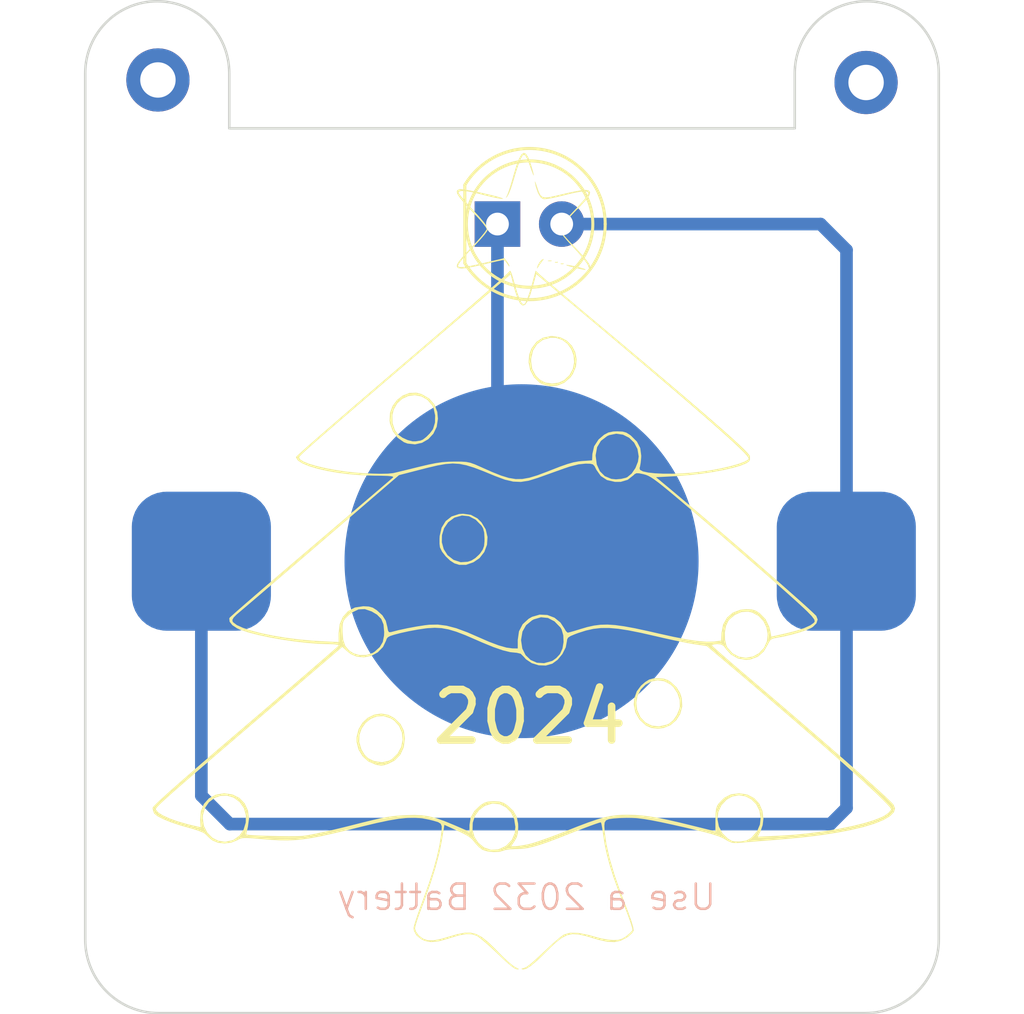
<source format=kicad_pcb>
(kicad_pcb (version 20240108) (generator "pcbnew") (generator_version "8.0")
  (layers (0 "F.Cu" signal) (31 "B.Cu" signal) (34 "B.Paste" user) (35 "F.Paste" user) (36 "B.SilkS" user "B.Silkscreen") (37 "F.SilkS" user "F.Silkscreen") (38 "B.Mask" user) (39 "F.Mask" user) (44 "Edge.Cuts" user))
  (net 0 "")
  (net 1 "GND")
  (net 2 "VCC")
  (footprint "Connector_PinHeader_1.00mm:PinHeader_1x01_P1.00mm_Vertical" (layer "F.Cu") (at 154.8 53.9)
    (property "Reference" "J3" (hide yes))
    (property "Value" "Conn_01x01_Pin")
    (pad "1" thru_hole circle (at 0 0) (size 2.5 2.5) (drill 1.4) (layers "*.Cu" "*.Mask"))
  )
  (footprint "LOGO" (layer "F.Cu") (at 141.5 73)
    (property "Reference" "2024" (at 0 6 0) (layer "F.SilkS") (effects (font (size 2 2) (thickness 0.3))))
    (property "Value" "LOGO" (hide yes))
    (fp_poly (pts (xy 0.864621 -12.057192) (xy 0.871743 -12.036498) (xy 0.79375 -12.028595) (xy 0.713262 -12.037505) (xy 0.72288 -12.057192) (xy 0.838957 -12.06468)) (fill solid) (layer "F.SilkS"))
    (fp_poly (pts (xy 1.118573 -11.9972) (xy 1.101664 -11.971431) (xy 1.044159 -11.967422) (xy 0.983662 -11.981269) (xy 1.009905 -12.001676) (xy 1.098515 -12.008435)) (fill solid) (layer "F.SilkS"))
    (fp_poly (pts (xy 1.345359 -11.940504) (xy 1.32845 -11.914735) (xy 1.270945 -11.910726) (xy 1.210448 -11.924572) (xy 1.236691 -11.94498) (xy 1.325301 -11.951739)) (fill solid) (layer "F.SilkS"))
    (fp_poly (pts (xy 0.538498 -12.080807) (xy 0.500852 -12.036257) (xy 0.399581 -11.901217) (xy 0.349839 -11.821205) (xy 0.301321 -11.748946) (xy 0.285206 -11.747667) (xy 0.315062 -11.861944) (xy 0.389949 -11.994533) (xy 0.476591 -12.09038) (xy 0.500595 -12.104008) (xy 0.558266 -12.11985)) (fill solid) (layer "F.SilkS"))
    (fp_poly (pts (xy 1.632884 -11.862884) (xy 1.807112 -11.826613) (xy 1.983151 -11.783995) (xy 2.125207 -11.743104) (xy 2.197487 -11.712015) (xy 2.198028 -11.711495) (xy 2.208921 -11.690098) (xy 2.169786 -11.687674) (xy 2.062981 -11.7068) (xy 1.870861 -11.750054) (xy 1.767238 -11.774437) (xy 1.588821 -11.820913) (xy 1.468679 -11.860451) (xy 1.433038 -11.884079) (xy 1.496261 -11.884731)) (fill solid) (layer "F.SilkS"))
    (fp_poly (pts (xy -0.147282 -16.281111) (xy -0.056584 -16.139308) (xy 0.037125 -15.895046) (xy 0.056517 -15.833887) (xy 0.12735 -15.591626) (xy 0.160852 -15.450221) (xy 0.159117 -15.41167) (xy 0.124239 -15.477969) (xy 0.058311 -15.651117) (xy 0.010468 -15.789955) (xy -0.086308 -16.047407) (xy -0.168066 -16.199531) (xy -0.226786 -16.243527) (xy -0.285007 -16.201738) (xy -0.356969 -16.072438) (xy -0.44501 -15.849724) (xy -0.551468 -15.527694) (xy -0.676461 -15.108167) (xy -0.745654 -14.894152) (xy -0.818212 -14.711804) (xy -0.878739 -14.599695) (xy -0.880145 -14.597899) (xy -0.93518 -14.532489) (xy -0.937206 -14.548565) (xy -0.887363 -14.65606) (xy -0.886913 -14.656994) (xy -0.836856 -14.784743) (xy -0.769248 -14.98923) (xy -0.694692 -15.237348) (xy -0.650856 -15.394047) (xy -0.534395 -15.78991) (xy -0.428527 -16.074856) (xy -0.330533 -16.250577) (xy -0.237692 -16.318765)) (fill solid) (layer "F.SilkS"))
    (fp_poly (pts (xy 1.210561 -9.022388) (xy 1.470678 -8.887491) (xy 1.670332 -8.685077) (xy 1.801663 -8.433485) (xy 1.856809 -8.151052) (xy 1.827906 -7.856118) (xy 1.707095 -7.567021) (xy 1.604223 -7.423755) (xy 1.366851 -7.219639) (xy 1.087958 -7.104718) (xy 0.79301 -7.083117) (xy 0.507474 -7.15896) (xy 0.387751 -7.226719) (xy 0.16521 -7.442323) (xy 0.018164 -7.719158) (xy -0.046697 -8.028323) (xy -0.042571 -8.082031) (xy 0.056697 -8.082031) (xy 0.099782 -7.771687) (xy 0.236454 -7.514579) (xy 0.399189 -7.348941) (xy 0.618064 -7.232715) (xy 0.881877 -7.192932) (xy 1.151034 -7.230453) (xy 1.360743 -7.328013) (xy 1.575621 -7.531281) (xy 1.704999 -7.773963) (xy 1.755027 -8.037137) (xy 1.731855 -8.301882) (xy 1.641632 -8.549276) (xy 1.490508 -8.760396) (xy 1.284632 -8.916321) (xy 1.030155 -8.998128) (xy 0.817289 -9.00018) (xy 0.52173 -8.915918) (xy 0.290697 -8.744077) (xy 0.133841 -8.496309) (xy 0.060816 -8.184267) (xy 0.056697 -8.082031) (xy -0.042571 -8.082031) (xy -0.022683 -8.340914) (xy 0.072667 -8.587832) (xy 0.270076 -8.846787) (xy 0.516687 -9.00528) (xy 0.822863 -9.069388) (xy 0.897845 -9.071428)) (fill solid) (layer "F.SilkS"))
    (fp_poly (pts (xy -5.588202 5.911948) (xy -5.340711 6.04737) (xy -5.106489 6.276345) (xy -4.974192 6.53705) (xy -4.932801 6.848353) (xy -4.979785 7.203901) (xy -5.117497 7.49863) (xy -5.340265 7.723917) (xy -5.595019 7.855358) (xy -5.75565 7.908432) (xy -5.870027 7.924662) (xy -5.997898 7.907473) (xy -6.098825 7.88425) (xy -6.379967 7.762153) (xy -6.6092 7.555819) (xy -6.770374 7.288614) (xy -6.847052 6.985048) (xy -6.73925 6.985048) (xy -6.656097 7.268661) (xy -6.643879 7.29346) (xy -6.523591 7.495302) (xy -6.390643 7.624255) (xy -6.203464 7.717074) (xy -6.137926 7.740816) (xy -5.846973 7.788688) (xy -5.57451 7.730536) (xy -5.44636 7.658935) (xy -5.222059 7.442283) (xy -5.082666 7.18175) (xy -5.02739 6.89956) (xy -5.05544 6.617939) (xy -5.166022 6.359112) (xy -5.358347 6.145304) (xy -5.503584 6.052432) (xy -5.777484 5.966893) (xy -6.042111 5.979511) (xy -6.283554 6.075147) (xy -6.487901 6.238659) (xy -6.64124 6.454906) (xy -6.72966 6.70875) (xy -6.73925 6.985048) (xy -6.847052 6.985048) (xy -6.84734 6.983908) (xy -6.847233 6.80125) (xy -6.769765 6.484925) (xy -6.615022 6.22367) (xy -6.401249 6.026614) (xy -6.146692 5.902889) (xy -5.869594 5.861623)) (fill solid) (layer "F.SilkS"))
    (fp_poly (pts (xy 5.291166 4.476943) (xy 5.452696 4.530529) (xy 5.583968 4.616435) (xy 5.81323 4.830451) (xy 5.954823 5.068066) (xy 6.012754 5.257725) (xy 6.032833 5.577666) (xy 5.956282 5.874094) (xy 5.797379 6.128664) (xy 5.570401 6.323034) (xy 5.289627 6.438858) (xy 5.07433 6.463393) (xy 4.81813 6.43767) (xy 4.616407 6.351925) (xy 4.591834 6.335826) (xy 4.336523 6.101854) (xy 4.174022 5.819021) (xy 4.111793 5.504987) (xy 4.118905 5.432123) (xy 4.216469 5.432123) (xy 4.251763 5.724595) (xy 4.379942 6.009309) (xy 4.579496 6.216992) (xy 4.831943 6.339777) (xy 5.1188 6.369793) (xy 5.421582 6.299174) (xy 5.508254 6.259502) (xy 5.672297 6.125105) (xy 5.816472 5.917827) (xy 5.91516 5.678032) (xy 5.935467 5.586401) (xy 5.927355 5.327312) (xy 5.837297 5.058604) (xy 5.683405 4.824009) (xy 5.579175 4.726171) (xy 5.320745 4.588833) (xy 5.056991 4.550881) (xy 4.803859 4.600321) (xy 4.577295 4.725159) (xy 4.393244 4.913401) (xy 4.267654 5.153054) (xy 4.216469 5.432123) (xy 4.118905 5.432123) (xy 4.135994 5.257036) (xy 4.233192 4.983233) (xy 4.401407 4.757793) (xy 4.564693 4.616435) (xy 4.722613 4.517599) (xy 4.889774 4.472111) (xy 5.07433 4.462819)) (fill solid) (layer "F.SilkS"))
    (fp_poly (pts (xy -4.276345 -6.777107) (xy -3.973729 -6.601919) (xy -3.767219 -6.367353) (xy -3.654015 -6.069182) (xy -3.628659 -5.799031) (xy -3.676832 -5.479344) (xy -3.809414 -5.205879) (xy -4.008834 -4.9908) (xy -4.257522 -4.846269) (xy -4.537904 -4.78445) (xy -4.832411 -4.817507) (xy -4.971362 -4.869582) (xy -5.222214 -5.046135) (xy -5.412925 -5.300969) (xy -5.525409 -5.60706) (xy -5.543215 -5.724017) (xy -5.530599 -5.937976) (xy -5.427359 -5.937976) (xy -5.419709 -5.623593) (xy -5.329434 -5.347989) (xy -5.191453 -5.162879) (xy -5.027183 -5.046742) (xy -4.825191 -4.954816) (xy -4.630116 -4.903961) (xy -4.507366 -4.904556) (xy -4.381013 -4.927231) (xy -4.327453 -4.931815) (xy -4.224874 -4.974115) (xy -4.088341 -5.079854) (xy -3.949407 -5.219913) (xy -3.839623 -5.365176) (xy -3.819589 -5.400509) (xy -3.745923 -5.645483) (xy -3.739271 -5.928821) (xy -3.797503 -6.199013) (xy -3.857842 -6.325671) (xy -4.051782 -6.548402) (xy -4.286951 -6.680798) (xy -4.543162 -6.727846) (xy -4.800227 -6.694532) (xy -5.037961 -6.585844) (xy -5.236176 -6.406766) (xy -5.374686 -6.162286) (xy -5.427359 -5.937976) (xy -5.530599 -5.937976) (xy -5.525006 -6.032827) (xy -5.420491 -6.311099) (xy -5.246881 -6.544526) (xy -5.021389 -6.7188) (xy -4.761225 -6.819614) (xy -4.483602 -6.832661)) (fill solid) (layer "F.SilkS"))
    (fp_poly (pts (xy -2.325853 -1.997157) (xy -2.067951 -1.858479) (xy -1.907575 -1.700351) (xy -1.739763 -1.421984) (xy -1.668082 -1.118663) (xy -1.687986 -0.812993) (xy -1.794928 -0.527579) (xy -1.984364 -0.285025) (xy -2.22532 -0.120261) (xy -2.518178 -0.019411) (xy -2.787448 -0.019206) (xy -2.977617 -0.07901) (xy -3.147386 -0.188247) (xy -3.321851 -0.35481) (xy -3.46696 -0.540988) (xy -3.548664 -0.709072) (xy -3.549511 -0.712364) (xy -3.565613 -0.851656) (xy -3.565936 -0.911727) (xy -3.473605 -0.911727) (xy -3.399813 -0.639676) (xy -3.247389 -0.401658) (xy -3.016137 -0.220668) (xy -3.00088 -0.212699) (xy -2.727312 -0.123567) (xy -2.451482 -0.141872) (xy -2.301858 -0.192421) (xy -2.148653 -0.288305) (xy -1.993238 -0.433017) (xy -1.949326 -0.485849) (xy -1.854841 -0.627423) (xy -1.805619 -0.76465) (xy -1.788114 -0.945113) (xy -1.786984 -1.056074) (xy -1.800048 -1.296402) (xy -1.843303 -1.463224) (xy -1.90388 -1.567067) (xy -2.137695 -1.805523) (xy -2.400264 -1.941293) (xy -2.679837 -1.970976) (xy -2.964664 -1.891169) (xy -2.986452 -1.880399) (xy -3.225191 -1.702148) (xy -3.386096 -1.465957) (xy -3.468967 -1.194818) (xy -3.473605 -0.911727) (xy -3.565936 -0.911727) (xy -3.566665 -1.047395) (xy -3.560179 -1.160805) (xy -3.484302 -1.487033) (xy -3.323536 -1.748136) (xy -3.089862 -1.932696) (xy -2.795262 -2.029298) (xy -2.636384 -2.041071)) (fill solid) (layer "F.SilkS"))
    (fp_poly (pts (xy 0.229472 -15.148275) (xy 0.277428 -15.01463) (xy 0.281759 -15.001372) (xy 0.348862 -14.801041) (xy 0.411353 -14.663774) (xy 0.489073 -14.583124) (xy 0.601861 -14.552645) (xy 0.769554 -14.565891) (xy 1.011993 -14.616415) (xy 1.272935 -14.679304) (xy 1.562178 -14.746073) (xy 1.828687 -14.801117) (xy 2.044208 -14.839021) (xy 2.180482 -14.854372) (xy 2.187157 -14.854464) (xy 2.333569 -14.831426) (xy 2.390653 -14.759969) (xy 2.357251 -14.636583) (xy 2.232209 -14.457756) (xy 2.014371 -14.219977) (xy 1.960602 -14.166065) (xy 1.761485 -13.963952) (xy 1.573059 -13.764627) (xy 1.423078 -13.597803) (xy 1.366591 -13.530113) (xy 1.290758 -13.429541) (xy 1.247368 -13.343721) (xy 1.24378 -13.257287) (xy 1.287353 -13.154876) (xy 1.385446 -13.021122) (xy 1.545416 -12.840661) (xy 1.774625 -12.598128) (xy 1.851415 -12.517836) (xy 2.063804 -12.287516) (xy 2.231005 -12.089417) (xy 2.340865 -11.938852) (xy 2.381235 -11.85113) (xy 2.38125 -11.850159) (xy 2.369811 -11.7502) (xy 2.340744 -11.759157) (xy 2.304385 -11.865495) (xy 2.254453 -11.954613) (xy 2.141497 -12.104752) (xy 1.981696 -12.295786) (xy 1.791233 -12.507592) (xy 1.768745 -12.531678) (xy 1.526965 -12.792603) (xy 1.355735 -12.987181) (xy 1.245873 -13.129695) (xy 1.188195 -13.234426) (xy 1.173521 -13.315655) (xy 1.192668 -13.387665) (xy 1.203939 -13.410169) (xy 1.264696 -13.49152) (xy 1.388118 -13.634758) (xy 1.557319 -13.820962) (xy 1.755414 -14.031213) (xy 1.794444 -14.071819) (xy 1.990096 -14.280964) (xy 2.153171 -14.4672) (xy 2.268909 -14.612769) (xy 2.322551 -14.699911) (xy 2.324554 -14.709654) (xy 2.295274 -14.768443) (xy 2.200904 -14.793154) (xy 2.031646 -14.782969) (xy 1.777703 -14.737069) (xy 1.429276 -14.654637) (xy 1.315145 -14.625338) (xy 1.045972 -14.560293) (xy 0.807669 -14.511783) (xy 0.626619 -14.484594) (xy 0.530805 -14.48308) (xy 0.423604 -14.562695) (xy 0.323665 -14.733306) (xy 0.242039 -14.972579) (xy 0.206768 -15.137946) (xy 0.204173 -15.192561)) (fill solid) (layer "F.SilkS"))
    (fp_poly (pts (xy -2.692767 -14.880607) (xy -2.520092 -14.85646) (xy -2.287906 -14.814956) (xy -2.021368 -14.76152) (xy -1.745635 -14.701577) (xy -1.485866 -14.640551) (xy -1.267221 -14.583867) (xy -1.114858 -14.536949) (xy -1.058115 -14.510541) (xy -1.074315 -14.494819) (xy -1.180556 -14.504901) (xy -1.3574 -14.537063) (xy -1.585407 -14.587578) (xy -1.845139 -14.65272) (xy -1.955182 -14.682486) (xy -2.278725 -14.761485) (xy -2.537991 -14.803447) (xy -2.719958 -14.807196) (xy -2.811607 -14.771558) (xy -2.817721 -14.760276) (xy -2.78872 -14.698369) (xy -2.693468 -14.571029) (xy -2.544907 -14.393982) (xy -2.355976 -14.182953) (xy -2.242557 -14.061287) (xy -2.005981 -13.803285) (xy -1.821286 -13.586066) (xy -1.697938 -13.421492) (xy -1.645404 -13.321424) (xy -1.644196 -13.311565) (xy -1.684166 -13.220387) (xy -1.796675 -13.066661) (xy -1.970628 -12.864408) (xy -2.145504 -12.678189) (xy -2.430196 -12.378693) (xy -2.635446 -12.14844) (xy -2.766399 -11.981151) (xy -2.828199 -11.870547) (xy -2.834821 -11.836938) (xy -2.794785 -11.801126) (xy -2.670626 -11.7968) (xy -2.45627 -11.824733) (xy -2.145642 -11.885695) (xy -1.763878 -11.972985) (xy -1.004766 -12.154281) (xy -0.899258 -12.023984) (xy -0.823523 -11.909395) (xy -0.79602 -11.829098) (xy -0.819723 -11.826491) (xy -0.874663 -11.90561) (xy -0.882875 -11.920424) (xy -0.962702 -12.029918) (xy -1.037089 -12.076328) (xy -1.037943 -12.076339) (xy -1.117468 -12.06347) (xy -1.283426 -12.028347) (xy -1.512236 -11.9762) (xy -1.780319 -11.912258) (xy -1.804967 -11.90625) (xy -2.188764 -11.81719) (xy -2.475624 -11.761975) (xy -2.676396 -11.739236) (xy -2.80193 -11.747605) (xy -2.85372 -11.773958) (xy -2.883756 -11.82723) (xy -2.873035 -11.899957) (xy -2.813171 -12.004363) (xy -2.695778 -12.15267) (xy -2.512469 -12.357103) (xy -2.296205 -12.586607) (xy -2.088732 -12.809886) (xy -1.912735 -13.010318) (xy -1.781995 -13.171329) (xy -1.710297 -13.276346) (xy -1.700893 -13.302447) (xy -1.738386 -13.378323) (xy -1.840058 -13.513932) (xy -1.989692 -13.689035) (xy -2.143651 -13.85503) (xy -2.432275 -14.1595) (xy -2.644908 -14.395308) (xy -2.787547 -14.572123) (xy -2.86619 -14.699611) (xy -2.886835 -14.787442) (xy -2.855482 -14.845283) (xy -2.780771 -14.881972)) (fill solid) (layer "F.SilkS"))
    (fp_poly (pts (xy 0.417949 -11.484569) (xy 0.49685 -11.414769) (xy 0.653729 -11.279921) (xy 0.879537 -11.087673) (xy 1.165227 -10.845673) (xy 1.50175 -10.561567) (xy 1.880059 -10.243003) (xy 2.291104 -9.897628) (xy 2.72584 -9.53309) (xy 2.837048 -9.439955) (xy 3.762289 -8.664135) (xy 4.601435 -7.95807) (xy 5.356434 -7.320061) (xy 6.029236 -6.748408) (xy 6.621792 -6.24141) (xy 7.136051 -5.797368) (xy 7.573963 -5.414582) (xy 7.937478 -5.091353) (xy 8.228545 -4.825979) (xy 8.449114 -4.616762) (xy 8.601135 -4.462001) (xy 8.686559 -4.359996) (xy 8.70697 -4.322366) (xy 8.709693 -4.187332) (xy 8.676594 -4.112949) (xy 8.554507 -4.028195) (xy 8.335374 -3.940401) (xy 8.035369 -3.852833) (xy 7.670662 -3.768757) (xy 7.257427 -3.691441) (xy 6.811835 -3.62415) (xy 6.350059 -3.570151) (xy 5.888271 -3.532712) (xy 5.771514 -3.526159) (xy 4.994591 -3.48683) (xy 5.571969 -3.00491) (xy 5.978898 -2.663706) (xy 6.418505 -2.292316) (xy 6.882458 -1.897985) (xy 7.362425 -1.487958) (xy 7.850075 -1.06948) (xy 8.337075 -0.649797) (xy 8.815095 -0.236153) (xy 9.275802 0.164207) (xy 9.710864 0.544036) (xy 10.111951 0.896092) (xy 10.47073 1.213127) (xy 10.77887 1.487897) (xy 11.028038 1.713158) (xy 11.209904 1.881663) (xy 11.316135 1.986168) (xy 11.33187 2.003788) (xy 11.385097 2.143845) (xy 11.337278 2.294315) (xy 11.19675 2.435727) (xy 11.128467 2.478771) (xy 10.939476 2.563313) (xy 10.672657 2.654643) (xy 10.362343 2.742895) (xy 10.042871 2.818205) (xy 9.780226 2.86612) (xy 9.61079 2.900974) (xy 9.513372 2.958976) (xy 9.446733 3.068896) (xy 9.428565 3.11146) (xy 9.254755 3.410507) (xy 9.020822 3.616658) (xy 8.733126 3.725357) (xy 8.548918 3.741965) (xy 8.234752 3.688334) (xy 7.961896 3.535437) (xy 7.772086 3.325818) (xy 7.668613 3.19161) (xy 7.564539 3.13184) (xy 7.413008 3.118304) (xy 7.278033 3.130304) (xy 7.211263 3.160271) (xy 7.209896 3.172273) (xy 7.256086 3.220056) (xy 7.379272 3.332375) (xy 7.569702 3.500737) (xy 7.817625 3.716653) (xy 8.11329 3.971629) (xy 8.446945 4.257176) (xy 8.808839 4.5648) (xy 8.816295 4.571117) (xy 9.428291 5.091029) (xy 10.03397 5.60835) (xy 10.62669 6.117245) (xy 11.199811 6.611876) (xy 11.746691 7.086407) (xy 12.260688 7.535003) (xy 12.735162 7.951826) (xy 13.163471 8.331042) (xy 13.538973 8.666812) (xy 13.855029 8.953302) (xy 14.104995 9.184674) (xy 14.282231 9.355093) (xy 14.380096 9.458722) (xy 14.384916 9.464742) (xy 14.446413 9.617045) (xy 14.39892 9.770954) (xy 14.246765 9.923937) (xy 13.994276 10.073465) (xy 13.645779 10.217006) (xy 13.205603 10.352031) (xy 12.678076 10.476009) (xy 12.643304 10.48313) (xy 12.208771 10.566198) (xy 11.767113 10.639243) (xy 11.299532 10.70453) (xy 10.787229 10.764323) (xy 10.211407 10.820884) (xy 9.553267 10.876478) (xy 9.071429 10.913242) (xy 8.800563 10.934666) (xy 8.506466 10.960063) (xy 8.347286 10.974864) (xy 8.139913 10.989133) (xy 7.994745 10.975424) (xy 7.861927 10.923082) (xy 7.723625 10.841588) (xy 7.60039 10.775603) (xy 7.436431 10.709619) (xy 7.216847 10.639164) (xy 6.926737 10.559764) (xy 6.551202 10.466947) (xy 6.208259 10.386698) (xy 5.66173 10.26267) (xy 5.209449 10.164754) (xy 4.835902 10.090598) (xy 4.525577 10.037852) (xy 4.262958 10.004165) (xy 4.032532 9.987185) (xy 3.818786 9.984562) (xy 3.613445 9.993462) (xy 3.325678 10.013965) (xy 3.133269 10.040459) (xy 3.01854 10.087887) (xy 2.96381 10.171194) (xy 2.951399 10.305322) (xy 2.963627 10.505216) (xy 2.966384 10.540385) (xy 3.032573 11.022601) (xy 3.161185 11.588553) (xy 3.349655 12.229053) (xy 3.595422 12.934914) (xy 3.738864 13.309166) (xy 3.904788 13.741305) (xy 4.022026 14.072726) (xy 4.091049 14.304896) (xy 4.112329 14.43928) (xy 4.109134 14.461865) (xy 4.04164 14.5582) (xy 3.909664 14.676147) (xy 3.810629 14.745669) (xy 3.582923 14.858003) (xy 3.33944 14.906588) (xy 3.056756 14.891871) (xy 2.711447 14.814295) (xy 2.561994 14.769394) (xy 2.20851 14.664156) (xy 1.924019 14.60245) (xy 1.686607 14.590684) (xy 1.47436 14.635263) (xy 1.265362 14.742593) (xy 1.0377 14.919078) (xy 0.769459 15.171125) (xy 0.597283 15.343679) (xy 0.288594 15.642234) (xy 0.041976 15.848842) (xy -0.144759 15.964982) (xy -0.273799 15.992136) (xy -0.32392 15.966854) (xy -0.305483 15.939778) (xy -0.234015 15.931697) (xy -0.133302 15.888773) (xy 0.038407 15.761269) (xy 0.278763 15.55108) (xy 0.527435 15.316422) (xy 0.762701 15.09452) (xy 0.985555 14.894367) (xy 1.176454 14.732803) (xy 1.31586 14.626665) (xy 1.357963 14.600753) (xy 1.598875 14.533066) (xy 1.920045 14.538585) (xy 2.323813 14.617484) (xy 2.580581 14.691791) (xy 2.834012 14.757861) (xy 3.099107 14.804941) (xy 3.292637 14.821615) (xy 3.502697 14.813238) (xy 3.655705 14.769909) (xy 3.806463 14.675307) (xy 3.82116 14.664203) (xy 3.95437 14.551983) (xy 4.044857 14.455993) (xy 4.062454 14.427119) (xy 4.05202 14.351172) (xy 4.004484 14.190223) (xy 3.926466 13.963893) (xy 3.824589 13.691806) (xy 3.753578 13.511801) (xy 3.510905 12.890817) (xy 3.315787 12.350028) (xy 3.16238 11.869593) (xy 3.044841 11.429672) (xy 2.957325 11.010428) (xy 2.894304 10.594523) (xy 2.86579 10.393751) (xy 2.837959 10.241328) (xy 2.816556 10.168407) (xy 2.815515 10.167152) (xy 2.756962 10.178994) (xy 2.60845 10.227891) (xy 2.385112 10.308314) (xy 2.102083 10.414735) (xy 1.774496 10.541624) (xy 1.577654 10.619391) (xy 1.108332 10.803771) (xy 0.7261 10.947589) (xy 0.414104 11.055597) (xy 0.155489 11.132546) (xy -0.0666 11.183189) (xy -0.269016 11.212278) (xy -0.468616 11.224565) (xy -0.573482 11.225893) (xy -0.777334 11.23562) (xy -0.948169 11.260743) (xy -1.026636 11.285854) (xy -1.196185 11.333724) (xy -1.422842 11.345229) (xy -1.656866 11.321969) (xy -1.848516 11.265543) (xy -1.861761 11.25901) (xy -2.006841 11.152284) (xy -2.14954 10.999654) (xy -2.18138 10.95597) (xy -2.279476 10.837789) (xy -2.415039 10.730755) (xy -2.612595 10.618319) (xy -2.849189 10.505408) (xy -3.373437 10.266843) (xy -3.471781 10.887833) (xy -3.569237 11.372036) (xy -3.720258 11.94029) (xy -3.920748 12.579008) (xy -4.166608 13.274603) (xy -4.287996 13.594901) (xy -4.384942 13.856055) (xy -4.4641 14.08893) (xy -4.517128 14.26762) (xy -4.535714 14.364456) (xy -4.496284 14.485708) (xy -4.398788 14.622516) (xy -4.371951 14.649966) (xy -4.212948 14.768645) (xy -4.031409 14.829385) (xy -3.807486 14.832879) (xy -3.521329 14.779821) (xy -3.213239 14.690423) (xy -2.863957 14.587689) (xy -2.576458 14.531794) (xy -2.330293 14.529307) (xy -2.105013 14.586795) (xy -1.880169 14.710829) (xy -1.635313 14.907976) (xy -1.349995 15.184805) (xy -1.204276 15.335738) (xy -1.003147 15.537001) (xy -0.810641 15.712891) (xy -0.650157 15.842983) (xy -0.554097 15.903317) (xy -0.442971 15.956008) (xy -0.430432 15.979944) (xy -0.498314 15.986174) (xy -0.591935 15.952081) (xy -0.743781 15.844785) (xy -0.959012 15.660156) (xy -1.24279 15.394065) (xy -1.264488 15.373119) (xy -1.499595 15.151321) (xy -1.722115 14.951354) (xy -1.912561 14.790024) (xy -2.051443 14.684139) (xy -2.093367 14.658303) (xy -2.28242 14.596675) (xy -2.515656 14.591253) (xy -2.809586 14.643676) (xy -3.180719 14.755582) (xy -3.223708 14.770454) (xy -3.596691 14.8761) (xy -3.901724 14.905283) (xy -4.154294 14.858325) (xy -4.288779 14.792701) (xy -4.485699 14.632613) (xy -4.580164 14.452851) (xy -4.592411 14.344463) (xy -4.573152 14.254297) (xy -4.519665 14.077626) (xy -4.438381 13.833801) (xy -4.335732 13.542169) (xy -4.228349 13.249329) (xy -3.995281 12.601818) (xy -3.811454 12.035987) (xy -3.671819 11.533966) (xy -3.571326 11.077884) (xy -3.514016 10.721356) (xy -3.483036 10.480219) (xy -3.478978 10.322273) (xy -3.519263 10.223197) (xy -3.621315 10.158669) (xy -3.802556 10.104369) (xy -3.988701 10.058727) (xy -4.249436 10.008141) (xy -4.522959 9.984681) (xy -4.82481 9.989993) (xy -5.170534 10.025726) (xy -5.57567 10.093526) (xy -6.055762 10.195041) (xy -6.626351 10.331918) (xy -6.670714 10.343025) (xy -7.282547 10.494766) (xy -7.801495 10.61823) (xy -8.243933 10.715464) (xy -8.62624 10.788513) (xy -8.964792 10.839422) (xy -9.275967 10.870237) (xy -9.576143 10.883004) (xy -9.881696 10.879768) (xy -10.209004 10.862574) (xy -10.574443 10.833468) (xy -10.587883 10.83228) (xy -10.902342 10.805253) (xy -11.125862 10.789965) (xy -11.280394 10.787495) (xy -11.387892 10.79892) (xy -11.470305 10.825318) (xy -11.549587 10.867767) (xy -11.570697 10.880529) (xy -11.803298 10.9726) (xy -12.071216 11.004145) (xy -12.332221 10.975523) (xy -12.544086 10.887096) (xy -12.564787 10.872029) (xy -12.702122 10.754887) (xy -12.81134 10.644735) (xy -12.815442 10.639856) (xy -12.915118 10.574616) (xy -13.10805 10.496772) (xy -13.37581 10.413334) (xy -13.495799 10.380982) (xy -13.869555 10.274049) (xy -14.208259 10.158035) (xy -14.494308 10.04041) (xy -14.710098 9.928647) (xy -14.838025 9.830214) (xy -14.857292 9.803198) (xy -14.903951 9.660856) (xy -14.904897 9.6519) (xy -14.782704 9.6519) (xy -14.781316 9.660461) (xy -14.695139 9.767606) (xy -14.511976 9.885397) (xy -14.246926 10.007282) (xy -13.915084 10.126708) (xy -13.531547 10.237125) (xy -13.352009 10.280773) (xy -13.01183 10.358999) (xy -13.030834 10.0626) (xy -13.025839 10.001408) (xy -12.926786 10.001408) (xy -12.879363 10.309802) (xy -12.749011 10.569526) (xy -12.553601 10.768199) (xy -12.311005 10.893444) (xy -12.039094 10.932881) (xy -11.755741 10.874132) (xy -11.70109 10.850376) (xy -11.470847 10.683418) (xy -11.311792 10.450502) (xy -11.227954 10.177037) (xy -11.223363 9.888431) (xy -11.302045 9.610091) (xy -11.466245 9.369262) (xy -11.704772 9.192519) (xy -11.965171 9.11308) (xy -12.228143 9.122594) (xy -12.474393 9.212708) (xy -12.684625 9.37507) (xy -12.839541 9.60133) (xy -12.919846 9.883134) (xy -12.926786 10.001408) (xy -13.025839 10.001408) (xy -13.003287 9.725118) (xy -12.882908 9.438165) (xy -12.681996 9.215177) (xy -12.412854 9.069591) (xy -12.087781 9.014845) (xy -12.071562 9.014732) (xy -11.74392 9.064027) (xy -11.472942 9.202654) (xy -11.26835 9.416725) (xy -11.139862 9.692356) (xy -11.0972 10.015657) (xy -11.14199 10.342815) (xy -11.181391 10.50667) (xy -11.202138 10.617346) (xy -11.202392 10.644632) (xy -11.134815 10.658963) (xy -10.975128 10.672737) (xy -10.744615 10.685407) (xy -10.464558 10.696426) (xy -10.156241 10.705248) (xy -9.840946 10.711324) (xy -9.539958 10.71411) (xy -9.274558 10.713057) (xy -9.066031 10.707619) (xy -8.975175 10.701854) (xy -8.791438 10.675897) (xy -8.519046 10.62504) (xy -8.178859 10.553789) (xy -7.791734 10.466653) (xy -7.378531 10.36814) (xy -7.047496 10.285264) (xy -6.58521 10.16807) (xy -6.212852 10.077057) (xy -5.910955 10.008565) (xy -5.660052 9.958931) (xy -5.440678 9.924492) (xy -5.233364 9.901586) (xy -5.018644 9.886552) (xy -4.896296 9.880572) (xy -4.555582 9.872601) (xy -4.262169 9.885578) (xy -3.987975 9.925607) (xy -3.704921 9.998792) (xy -3.384925 10.11124) (xy -2.999907 10.269053) (xy -2.888425 10.317081) (xy -2.38125 10.537055) (xy -2.381194 10.46702) (xy -2.25985 10.46702) (xy -2.179617 10.747382) (xy -2.032514 10.971843) (xy -1.797896 11.162125) (xy -1.529927 11.250482) (xy -1.248638 11.235027) (xy -0.974063 11.113875) (xy -0.921257 11.076446) (xy -0.706676 10.85523) (xy -0.591831 10.586985) (xy -0.566964 10.347655) (xy -0.613371 10.043547) (xy -0.741329 9.782355) (xy -0.933948 9.580907) (xy -1.174337 9.456036) (xy -1.445602 9.424571) (xy -1.488885 9.429078) (xy -1.77469 9.518135) (xy -2.002091 9.687462) (xy -2.163686 9.916055) (xy -2.252072 10.182909) (xy -2.25985 10.46702) (xy -2.381194 10.46702) (xy -2.381038 10.271987) (xy -2.334756 9.976153) (xy -2.191104 9.717755) (xy -1.952332 9.48999) (xy -1.798713 9.390332) (xy -1.644685 9.341921) (xy -1.436426 9.328502) (xy -1.417411 9.328453) (xy -1.20301 9.339931) (xy -1.046816 9.385201) (xy -0.895008 9.480516) (xy -0.882489 9.48999) (xy -0.651212 9.704604) (xy -0.515411 9.936792) (xy -0.458329 10.220303) (xy -0.453783 10.353361) (xy -0.465715 10.58608) (xy -0.510228 10.75685) (xy -0.593604 10.906151) (xy -0.733636 11.1125) (xy -0.57943 11.111516) (xy -0.444459 11.099293) (xy -0.244518 11.06837) (xy -0.043636 11.029665) (xy 0.128328 10.983089) (xy 0.381625 10.901181) (xy 0.692887 10.792152) (xy 1.038747 10.664211) (xy 1.395837 10.525569) (xy 1.430471 10.511749) (xy 1.91668 10.3199) (xy 2.317069 10.169279) (xy 2.649471 10.055136) (xy 2.93172 9.972722) (xy 3.181647 9.917288) (xy 3.417088 9.884085) (xy 3.655874 9.868362) (xy 3.85827 9.865179) (xy 4.146436 9.871419) (xy 4.434609 9.892247) (xy 4.741907 9.930827) (xy 5.087446 9.990321) (xy 5.490342 10.073892) (xy 5.969713 10.184703) (xy 6.35 10.277446) (xy 7.342188 10.523066) (xy 7.342188 10.056739) (xy 7.342378 10.04776) (xy 7.426127 10.04776) (xy 7.480055 10.332358) (xy 7.618111 10.592975) (xy 7.837681 10.807976) (xy 7.992289 10.898966) (xy 8.098503 10.919962) (xy 8.266789 10.925067) (xy 8.3512 10.921208) (xy 8.571356 10.882089) (xy 8.740394 10.78663) (xy 8.795659 10.737867) (xy 8.996449 10.502404) (xy 9.101843 10.255424) (xy 9.128125 10.00692) (xy 9.081442 9.705931) (xy 8.953842 9.454234) (xy 8.764004 9.262203) (xy 8.530604 9.140215) (xy 8.272318 9.098645) (xy 8.007824 9.147869) (xy 7.795216 9.266437) (xy 7.581095 9.493164) (xy 7.458936 9.760817) (xy 7.426127 10.04776) (xy 7.342378 10.04776) (xy 7.347502 9.805626) (xy 7.367485 9.635568) (xy 7.408195 9.514553) (xy 7.460794 9.430138) (xy 7.690054 9.192445) (xy 7.957876 9.057058) (xy 8.277556 9.014732) (xy 8.605215 9.064857) (xy 8.876752 9.207314) (xy 9.080755 9.43023) (xy 9.205812 9.721731) (xy 9.241518 10.017674) (xy 9.210626 10.27772) (xy 9.13048 10.512564) (xy 9.129778 10.513946) (xy 9.018037 10.733118) (xy 9.852657 10.695654) (xy 10.441219 10.657638) (xy 11.040402 10.597575) (xy 11.633553 10.518651) (xy 12.204017 10.424049) (xy 12.735142 10.316953) (xy 13.210274 10.200548) (xy 13.612759 10.078018) (xy 13.925945 9.952546) (xy 14.032449 9.896476) (xy 14.185376 9.788615) (xy 14.274857 9.688289) (xy 14.2875 9.648652) (xy 14.24461 9.57606) (xy 14.118893 9.434995) (xy 13.914779 9.229401) (xy 13.636699 8.963223) (xy 13.289082 8.640405) (xy 12.876359 8.26489) (xy 12.402959 7.840624) (xy 11.873313 7.371549) (xy 11.291851 6.861609) (xy 10.663003 6.31475) (xy 9.991199 5.734915) (xy 9.28087 5.126048) (xy 8.536445 4.492093) (xy 7.762354 3.836994) (xy 7.710714 3.793436) (xy 7.002009 3.195754) (xy 6.520089 3.124547) (xy 6.305058 3.087641) (xy 6.008675 3.029613) (xy 5.659691 2.95646) (xy 5.286857 2.87418) (xy 4.981386 2.803604) (xy 4.40118 2.67159) (xy 3.911801 2.573642) (xy 3.496064 2.50931) (xy 3.136785 2.478143) (xy 2.816777 2.479692) (xy 2.518857 2.513505) (xy 2.225839 2.579132) (xy 1.92054 2.676123) (xy 1.800112 2.720213) (xy 1.615592 2.796687) (xy 1.516206 2.861958) (xy 1.477887 2.935382) (xy 1.474107 2.982457) (xy 1.42494 3.243598) (xy 1.293042 3.507967) (xy 1.101814 3.738877) (xy 0.895784 3.889093) (xy 0.638935 3.964296) (xy 0.355154 3.954955) (xy 0.080701 3.869674) (xy -0.148162 3.717054) (xy -0.231763 3.621582) (xy -0.357395 3.497197) (xy -0.515784 3.458651) (xy -0.530565 3.458482) (xy -0.770169 3.434436) (xy -1.07013 3.36011) (xy -1.440666 3.232227) (xy -1.891995 3.047509) (xy -2.10681 2.95277) (xy -2.543034 2.763929) (xy -2.903295 2.626288) (xy -3.210066 2.534762) (xy -3.485822 2.484262) (xy -3.753036 2.469704) (xy -4.034181 2.486001) (xy -4.124441 2.496126) (xy -4.428613 2.541524) (xy -4.773463 2.605474) (xy -5.090696 2.675163) (xy -5.128163 2.684434) (xy -5.368682 2.747477) (xy -5.521533 2.797746) (xy -5.609644 2.84751) (xy -5.65594 2.909036) (xy -5.679454 2.97942) (xy -5.800118 3.230802) (xy -6.003607 3.439026) (xy -6.261502 3.582919) (xy -6.545385 3.641312) (xy -6.568322 3.641655) (xy -6.843704 3.613574) (xy -7.070714 3.51632) (xy -7.262391 3.364454) (xy -7.409381 3.227584) (xy -10.664177 6.015689) (xy -11.357262 6.609544) (xy -11.969065 7.134166) (xy -12.504548 7.593947) (xy -12.968669 7.993276) (xy -13.36639 8.336545) (xy -13.702668 8.628144) (xy -13.982466 8.872465) (xy -14.210742 9.073898) (xy -14.392456 9.236834) (xy -14.532569 9.365663) (xy -14.63604 9.464778) (xy -14.707829 9.538568) (xy -14.752896 9.591424) (xy -14.776201 9.627738) (xy -14.782704 9.6519) (xy -14.904897 9.6519) (xy -14.911161 9.592619) (xy -14.873988 9.538832) (xy -14.761542 9.423379) (xy -14.572433 9.245033) (xy -14.305272 9.002565) (xy -13.958669 8.694748) (xy -13.531233 8.320354) (xy -13.021576 7.878156) (xy -12.428306 7.366926) (xy -11.750036 6.785435) (xy -11.240067 6.349704) (xy -10.684848 5.875488) (xy -10.154703 5.421949) (xy -9.655941 4.994527) (xy -9.194874 4.598666) (xy -8.777812 4.239807) (xy -8.411065 3.923391) (xy -8.100943 3.654862) (xy -7.853757 3.439661) (xy -7.675818 3.283229) (xy -7.573435 3.19101) (xy -7.550074 3.167509) (xy -7.592764 3.14426) (xy -7.722911 3.126936) (xy -7.914616 3.118619) (xy -7.963358 3.118304) (xy -8.376985 3.105077) (xy -8.83946 3.067875) (xy -9.329381 3.010418) (xy -9.825342 2.936427) (xy -10.30594 2.849621) (xy -10.749771 2.75372) (xy -11.135432 2.652444) (xy -11.441518 2.549513) (xy -11.573434 2.490887) (xy -11.758769 2.366531) (xy -11.864903 2.231024) (xy -11.873122 2.154191) (xy -11.755424 2.154191) (xy -11.74523 2.223877) (xy -11.725539 2.252307) (xy -11.581766 2.361629) (xy -11.339063 2.471806) (xy -11.011823 2.579716) (xy -10.614438 2.682238) (xy -10.161302 2.776249) (xy -9.666808 2.858627) (xy -9.145348 2.926251) (xy -8.611315 2.975998) (xy -8.299041 2.995555) (xy -7.555002 3.033259) (xy -7.558275 2.691065) (xy -7.549699 2.618141) (xy -7.398884 2.618141) (xy -7.373826 2.942538) (xy -7.291594 3.184422) (xy -7.141603 3.364658) (xy -6.96129 3.480748) (xy -6.727721 3.547107) (xy -6.464699 3.542867) (xy -6.223134 3.471849) (xy -6.134415 3.418691) (xy -5.928621 3.232747) (xy -5.809523 3.031445) (xy -5.75943 2.778338) (xy -5.754687 2.636384) (xy -5.780337 2.341514) (xy -5.868682 2.122376) (xy -6.036819 1.950884) (xy -6.248581 1.824925) (xy -6.518284 1.731961) (xy -6.766439 1.742222) (xy -7.009848 1.858698) (xy -7.16914 1.98872) (xy -7.287229 2.103342) (xy -7.35579 2.196922) (xy -7.388288 2.306349) (xy -7.398189 2.468514) (xy -7.398884 2.618141) (xy -7.549699 2.618141) (xy -7.516055 2.332055) (xy -7.388061 2.03527) (xy -7.183392 1.810658) (xy -6.911144 1.668166) (xy -6.580417 1.617744) (xy -6.576667 1.617738) (xy -6.361529 1.629378) (xy -6.204966 1.674934) (xy -6.053592 1.770363) (xy -6.045525 1.776484) (xy -5.824237 1.978114) (xy -5.692099 2.189315) (xy -5.62812 2.440289) (xy -5.60108 2.586623) (xy -5.560363 2.645191) (xy -5.486611 2.641478) (xy -5.47731 2.638848) (xy -5.188352 2.564315) (xy -4.838807 2.488654) (xy -4.475086 2.420762) (xy -4.143597 2.369531) (xy -3.96658 2.349306) (xy -3.632704 2.343349) (xy -3.283915 2.388325) (xy -2.900359 2.489164) (xy -2.462181 2.650793) (xy -2.079112 2.817923) (xy -1.610183 3.02272) (xy -1.226912 3.166995) (xy -0.920889 3.25355) (xy -0.683707 3.285183) (xy -0.675632 3.285344) (xy -0.47247 3.288393) (xy -0.47247 2.973773) (xy -0.340178 2.973773) (xy -0.292821 3.293341) (xy -0.161777 3.553214) (xy 0.036409 3.742986) (xy 0.285194 3.852254) (xy 0.568033 3.870611) (xy 0.868383 3.787654) (xy 0.916847 3.76434) (xy 1.05164 3.665334) (xy 1.184079 3.523743) (xy 1.200329 3.50186) (xy 1.295504 3.292478) (xy 1.337941 3.033367) (xy 1.327012 2.76774) (xy 1.26209 2.53881) (xy 1.21547 2.459782) (xy 0.980492 2.21779) (xy 0.720856 2.08198) (xy 0.445229 2.054565) (xy 0.162278 2.137756) (xy 0.095307 2.173801) (xy -0.143421 2.368685) (xy -0.287093 2.621203) (xy -0.339761 2.9388) (xy -0.340178 2.973773) (xy -0.47247 2.973773) (xy -0.47247 2.950723) (xy -0.424152 2.610641) (xy -0.279834 2.330711) (xy -0.040475 2.112476) (xy 0.095254 2.036129) (xy 0.394887 1.949347) (xy 0.697703 1.963966) (xy 0.979343 2.071391) (xy 1.215449 2.263027) (xy 1.360714 2.482676) (xy 1.432135 2.6028) (xy 1.495616 2.661612) (xy 1.502455 2.662782) (xy 1.579926 2.646711) (xy 1.735379 2.603582) (xy 1.939086 2.541773) (xy 1.999502 2.522651) (xy 2.279187 2.440527) (xy 2.54087 2.382652) (xy 2.800968 2.349937) (xy 3.075901 2.343293) (xy 3.382087 2.363632) (xy 3.735943 2.411864) (xy 4.153888 2.488901) (xy 4.65234 2.595653) (xy 5.079421 2.693555) (xy 5.6978 2.830649) (xy 6.218385 2.929918) (xy 6.649842 2.992572) (xy 7.000838 3.019822) (xy 7.280038 3.01288) (xy 7.326884 3.007642) (xy 7.568973 2.976563) (xy 7.582148 2.669699) (xy 7.583652 2.661928) (xy 7.716495 2.661928) (xy 7.722333 2.934353) (xy 7.780033 3.173757) (xy 7.819074 3.2519) (xy 8.017604 3.474936) (xy 8.269022 3.61075) (xy 8.548707 3.654884) (xy 8.83204 3.602885) (xy 9.06137 3.476724) (xy 9.264559 3.259341) (xy 9.378247 3.002435) (xy 9.407984 2.727299) (xy 9.35932 2.455226) (xy 9.237805 2.20751) (xy 9.048989 2.005444) (xy 8.798421 1.870322) (xy 8.632635 1.831756) (xy 8.374999 1.849971) (xy 8.118706 1.959566) (xy 7.899226 2.143785) (xy 7.854327 2.19945) (xy 7.761 2.401841) (xy 7.716495 2.661928) (xy 7.583652 2.661928) (xy 7.646479 2.33722) (xy 7.80056 2.066086) (xy 8.032296 1.867891) (xy 8.329595 1.754226) (xy 8.56128 1.731131) (xy 8.776652 1.742817) (xy 8.933325 1.788449) (xy 9.084541 1.883889) (xy 9.091315 1.889032) (xy 9.325793 2.128713) (xy 9.47189 2.42907) (xy 9.514522 2.604626) (xy 9.553348 2.819339) (xy 10.141292 2.687103) (xy 10.53151 2.587597) (xy 10.852074 2.481815) (xy 11.090733 2.37482) (xy 11.235235 2.271673) (xy 11.269163 2.221069) (xy 11.250438 2.142291) (xy 11.150467 2.009312) (xy 10.965029 1.816948) (xy 10.853545 1.710539) (xy 10.615835 1.491549) (xy 10.303096 1.209406) (xy 9.92687 0.874192) (xy 9.498698 0.49599) (xy 9.03012 0.084884) (xy 8.532677 -0.349043) (xy 8.017912 -0.79571) (xy 7.497364 -1.245032) (xy 6.982576 -1.686926) (xy 6.485088 -2.11131) (xy 6.273228 -2.291096) (xy 5.872225 -2.629959) (xy 5.546688 -2.90251) (xy 5.286199 -3.116478) (xy 5.08034 -3.279593) (xy 4.918694 -3.399584) (xy 4.790844 -3.48418) (xy 4.686372 -3.541111) (xy 4.594861 -3.578106) (xy 4.505893 -3.602894) (xy 4.504901 -3.603125) (xy 4.326468 -3.640253) (xy 4.220201 -3.643505) (xy 4.148893 -3.608936) (xy 4.099887 -3.560157) (xy 3.873692 -3.382591) (xy 3.59852 -3.30181) (xy 3.373142 -3.300235) (xy 3.055674 -3.372774) (xy 2.810152 -3.53259) (xy 2.634472 -3.781086) (xy 2.626491 -3.79801) (xy 2.561772 -3.926592) (xy 2.495903 -3.993488) (xy 2.391464 -4.019012) (xy 2.211161 -4.023476) (xy 1.930584 -3.995094) (xy 1.58209 -3.906039) (xy 1.360714 -3.831684) (xy 1.051571 -3.721013) (xy 0.707297 -3.5977) (xy 0.390094 -3.484028) (xy 0.31427 -3.456844) (xy -0.039629 -3.347954) (xy -0.351334 -3.299167) (xy -0.653701 -3.312135) (xy -0.979587 -3.388511) (xy -1.361849 -3.529949) (xy -1.39249 -3.542715) (xy -1.835563 -3.725321) (xy -2.1988 -3.863139) (xy -2.505628 -3.958227) (xy -2.779475 -4.012645) (xy -3.043767 -4.028453) (xy -3.32193 -4.007709) (xy -3.637393 -3.952474) (xy -4.013583 -3.864806) (xy -4.281405 -3.796664) (xy -5.167742 -3.567882) (xy -8.145565 -1.004365) (xy -8.65136 -0.569101) (xy -9.137702 -0.150883) (xy -9.596845 0.243647) (xy -10.021045 0.607848) (xy -10.402555 0.935078) (xy -10.73363 1.218696) (xy -11.006526 1.452062) (xy -11.213496 1.628533) (xy -11.346796 1.741469) (xy -11.387252 1.775203) (xy -11.587678 1.945709) (xy -11.706654 2.066753) (xy -11.755424 2.154191) (xy -11.873122 2.154191) (xy -11.878575 2.103215) (xy -11.866124 2.074903) (xy -11.816596 2.026245) (xy -11.687507 1.910143) (xy -11.485735 1.732541) (xy -11.21816 1.499384) (xy -10.891661 1.216616) (xy -10.513117 0.890182) (xy -10.089407 0.526027) (xy -9.62741 0.130096) (xy -9.134005 -0.291667) (xy -8.646205 -0.707651) (xy -8.129038 -1.148276) (xy -7.636213 -1.56835) (xy -7.174664 -1.96195) (xy -6.751328 -2.323154) (xy -6.373139 -2.646038) (xy -6.047033 -2.924679) (xy -5.779944 -3.153155) (xy -5.578807 -3.325541) (xy -5.450558 -3.435916) (xy -5.402658 -3.477836) (xy -5.401762 -3.504854) (xy -5.471643 -3.524212) (xy -5.623495 -3.536953) (xy -5.868512 -3.54412) (xy -6.139712 -3.546545) (xy -6.631333 -3.561128) (xy -7.116619 -3.599132) (xy -7.582512 -3.657457) (xy -8.015954 -3.733003) (xy -8.403885 -3.822667) (xy -8.733247 -3.92335) (xy -8.990982 -4.03195) (xy -9.164031 -4.145366) (xy -9.239335 -4.260498) (xy -9.240741 -4.275065) (xy -9.117477 -4.275065) (xy -9.081468 -4.194447) (xy -8.944516 -4.107214) (xy -8.718608 -4.017014) (xy -8.415726 -3.927492) (xy -8.047858 -3.842297) (xy -7.626986 -3.765075) (xy -7.269409 -3.712695) (xy -6.930283 -3.675293) (xy -6.567961 -3.647242) (xy -6.20863 -3.629407) (xy -5.878477 -3.62265) (xy -5.603689 -3.627836) (xy -5.410452 -3.645828) (xy -5.385904 -3.650592) (xy -5.282664 -3.674817) (xy -5.092511 -3.72079) (xy -4.838565 -3.782871) (xy -4.543951 -3.855421) (xy -4.393973 -3.892532) (xy -4.01449 -3.982678) (xy -3.710704 -4.044127) (xy -3.450006 -4.081771) (xy -3.19979 -4.100504) (xy -2.976562 -4.105195) (xy -2.70806 -4.103395) (xy -2.511989 -4.090222) (xy -2.347423 -4.057202) (xy -2.173437 -3.99586) (xy -1.949107 -3.89772) (xy -1.927678 -3.887989) (xy -1.490807 -3.69393) (xy -1.131707 -3.550685) (xy -0.827279 -3.457268) (xy -0.554424 -3.412692) (xy -0.290043 -3.415971) (xy -0.011037 -3.46612) (xy 0.305692 -3.562152) (xy 0.683244 -3.703081) (xy 0.850447 -3.769392) (xy 1.21306 -3.910155) (xy 1.497639 -4.009354) (xy 1.728561 -4.074108) (xy 1.9302 -4.111538) (xy 2.06942 -4.125464) (xy 2.466295 -4.152663) (xy 2.474464 -4.326077) (xy 2.608036 -4.326077) (xy 2.651215 -3.99187) (xy 2.774619 -3.722504) (xy 2.969048 -3.528595) (xy 3.2253 -3.420761) (xy 3.408951 -3.401785) (xy 3.613738 -3.419351) (xy 3.799515 -3.46362) (xy 3.855968 -3.487146) (xy 4.031056 -3.630763) (xy 4.179471 -3.847708) (xy 4.279104 -4.098011) (xy 4.308929 -4.30619) (xy 4.26047 -4.603254) (xy 4.127941 -4.854256) (xy 3.93061 -5.046769) (xy 3.687747 -5.168368) (xy 3.418622 -5.206627) (xy 3.142503 -5.14912) (xy 3.060723 -5.111091) (xy 2.815843 -4.92463) (xy 2.665231 -4.675331) (xy 2.608551 -4.36261) (xy 2.608036 -4.326077) (xy 2.474464 -4.326077) (xy 2.478344 -4.40845) (xy 2.54744 -4.711522) (xy 2.722218 -4.978574) (xy 2.938948 -5.164487) (xy 3.106731 -5.254125) (xy 3.298299 -5.294665) (xy 3.46324 -5.301116) (xy 3.671762 -5.291086) (xy 3.821015 -5.249618) (xy 3.964208 -5.159641) (xy 4.00601 -5.126995) (xy 4.239466 -4.893691) (xy 4.370524 -4.638651) (xy 4.410156 -4.337937) (xy 4.407027 -4.252232) (xy 4.388246 -4.059861) (xy 4.361666 -3.904637) (xy 4.344089 -3.846726) (xy 4.361864 -3.774563) (xy 4.478291 -3.715969) (xy 4.679394 -3.67135) (xy 4.951198 -3.641113) (xy 5.279729 -3.625664) (xy 5.651012 -3.625411) (xy 6.051071 -3.64076) (xy 6.465932 -3.672117) (xy 6.881619 -3.71989) (xy 7.172098 -3.764425) (xy 7.589872 -3.844008) (xy 7.959269 -3.930037) (xy 8.265632 -4.018106) (xy 8.494303 -4.103808) (xy 8.630625 -4.182735) (xy 8.655406 -4.210423) (xy 8.645472 -4.254522) (xy 8.583674 -4.339158) (xy 8.467544 -4.466493) (xy 8.294613 -4.638689) (xy 8.062411 -4.85791) (xy 7.768469 -5.126317) (xy 7.410318 -5.446074) (xy 6.985488 -5.819341) (xy 6.491511 -6.248282) (xy 5.925916 -6.73506) (xy 5.286234 -7.281836) (xy 4.569997 -7.890773) (xy 3.774735 -8.564033) (xy 2.897978 -9.30378) (xy 1.937258 -10.112175) (xy 1.419172 -10.547382) (xy 0.258657 -11.521754) (xy 0.135124 -11.06763) (xy 0.023781 -10.700948) (xy -0.081518 -10.446517) (xy -0.182684 -10.304479) (xy -0.281628 -10.274976) (xy -0.380261 -10.358151) (xy -0.480492 -10.554145) (xy -0.584233 -10.863101) (xy -0.654905 -11.126377) (xy -0.75069 -11.508781) (xy -1.069876 -11.234813) (xy -1.168785 -11.150076) (xy -1.345569 -10.998797) (xy -1.591896 -10.788098) (xy -1.899438 -10.525102) (xy -2.259862 -10.216933) (xy -2.664838 -9.870713) (xy -3.106035 -9.493565) (xy -3.575123 -9.092611) (xy -4.06377 -8.674975) (xy -4.167187 -8.586591) (xy -4.947791 -7.919236) (xy -5.646108 -7.321696) (xy -6.266271 -6.790373) (xy -6.812412 -6.321665) (xy -7.288664 -5.911976) (xy -7.699159 -5.557704) (xy -8.048031 -5.255252) (xy -8.339411 -5.001019) (xy -8.577431 -4.791406) (xy -8.766225 -4.622815) (xy -8.909925 -4.491645) (xy -9.012663 -4.394299) (xy -9.078572 -4.327175) (xy -9.111785 -4.286676) (xy -9.117477 -4.275065) (xy -9.240741 -4.275065) (xy -9.241518 -4.283111) (xy -9.199258 -4.32901) (xy -9.07639 -4.443163) (xy -8.87878 -4.620474) (xy -8.612295 -4.855848) (xy -8.2828 -5.144189) (xy -7.896164 -5.480403) (xy -7.458252 -5.859393) (xy -6.974931 -6.276065) (xy -6.452068 -6.725323) (xy -5.895528 -7.202073) (xy -5.311179 -7.701218) (xy -5.031808 -7.939368) (xy -4.413374 -8.467148) (xy -3.82513 -8.971) (xy -3.272567 -9.446126) (xy -2.761178 -9.887726) (xy -2.296456 -10.291001) (xy -1.883892 -10.651153) (xy -1.528979 -10.963382) (xy -1.23721 -11.22289) (xy -1.014076 -11.424877) (xy -0.865071 -11.564544) (xy -0.795686 -11.637093) (xy -0.791318 -11.64454) (xy -0.7643 -11.654059) (xy -0.717367 -11.553949) (xy -0.651261 -11.346076) (xy -0.60224 -11.168669) (xy -0.495126 -10.797366) (xy -0.399874 -10.534658) (xy -0.314749 -10.376569) (xy -0.238017 -10.31912) (xy -0.231635 -10.31875) (xy -0.174636 -10.373199) (xy -0.09996 -10.531365) (xy -0.010617 -10.785476) (xy 0.090378 -11.12776) (xy 0.110357 -11.201087) (xy 0.23347 -11.658201)) (fill solid) (layer "F.SilkS"))
  )
  (footprint "LED_THT:LED_D5.0mm" (layer "F.Cu") (at 140.225 59.5)
    (property "Reference" "D2" (hide yes))
    (property "Value" "LED" (hide yes))
    (fp_line (start -1.29 -1.545) (end -1.29 1.545) (stroke (width 0.12)) (layer "F.SilkS"))
    (fp_arc (start -1.29 -1.54483) (mid 2.072002 -2.880433) (end 4.26 0.000462) (stroke (width 0.12)) (layer "F.SilkS"))
    (fp_arc (start 4.26 -0.000462) (mid 2.072002 2.880433) (end -1.29 1.54483) (stroke (width 0.12)) (layer "F.SilkS"))
    (fp_circle (center 1.27 0) (end 3.77 0) (stroke (width 0.12)) (fill none) (layer "F.SilkS"))
    (pad "1" thru_hole rect (at 0 0) (size 1.8 1.8) (drill 0.9) (layers "*.Cu" "*.Mask") (net 1 "GND"))
    (pad "2" thru_hole circle (at 2.54 0) (size 1.8 1.8) (drill 0.9) (layers "*.Cu" "*.Mask") (net 2 "VCC"))
  )
  (footprint "Connector_PinHeader_1.00mm:PinHeader_1x01_P1.00mm_Vertical" (layer "F.Cu") (at 126.8 53.8)
    (property "Reference" "J2" (hide yes))
    (property "Value" "Conn_01x01_Pin")
    (pad "1" thru_hole circle (at 0 0) (size 2.5 2.5) (drill 1.4) (layers "*.Cu" "*.Mask"))
  )
  (footprint "CDOG:CR2032_Battery_Holder_from_switch" (layer "F.Cu") (at 141.267626 72.836685)
    (property "Reference" "J1" (hide yes))
    (property "Value" "Conn_01x03_Pin")
    (pad "1" smd roundrect (at -12.75 0) (size 5.5 5.5) (layers "B.Cu" "B.Paste" "B.Mask") (net 2 "VCC"))
    (pad "2" smd roundrect (at 12.75 0) (size 5.5 5.5) (layers "B.Cu" "B.Paste" "B.Mask") (net 2 "VCC"))
    (pad "3" smd circle (at -0.09 0) (size 14 14) (layers "B.Cu" "B.Paste" "B.Mask") (net 1 "GND"))
  )
  (gr_poly (pts (xy 154.974024 50.690184) (xy 155.11902 50.701143) (xy 155.261863 50.719192) (xy 155.402375 50.744154) (xy 155.540381 50.775855) (xy 155.675705 50.814117) (xy 155.808169 50.858764) (xy 155.937599 50.90962) (xy 156.063816 50.966508) (xy 156.186646 51.029252) (xy 156.305912 51.097676) (xy 156.421438 51.171603) (xy 156.533046 51.250858) (xy 156.640562 51.335264) (xy 156.743808 51.424644) (xy 156.842609 51.518823) (xy 156.936787 51.617623) (xy 157.026168 51.72087) (xy 157.110573 51.828385) (xy 157.189828 51.939994) (xy 157.263756 52.055519) (xy 157.33218 52.174785) (xy 157.394924 52.297615) (xy 157.451812 52.423833) (xy 157.502668 52.553262) (xy 157.547314 52.685727) (xy 157.585576 52.82105) (xy 157.617277 52.959056) (xy 157.64224 53.099568) (xy 157.660289 53.242411) (xy 157.671247 53.387407) (xy 157.674939 53.53438) (xy 157.674939 87.803088) (xy 157.671166 87.95329) (xy 157.659967 88.101471) (xy 157.641522 88.247451) (xy 157.616011 88.39105) (xy 157.583615 88.532087) (xy 157.544514 88.670382) (xy 157.498887 88.805756) (xy 157.446915 88.938027) (xy 157.388778 89.067017) (xy 157.324657 89.192544) (xy 157.254731 89.314429) (xy 157.179181 89.43249) (xy 157.098187 89.54655) (xy 157.011928 89.656426) (xy 156.920586 89.761938) (xy 156.82434 89.862908) (xy 156.723371 89.959154) (xy 156.617858 90.050496) (xy 156.507982 90.136755) (xy 156.393923 90.217749) (xy 156.275861 90.293299) (xy 156.153977 90.363225) (xy 156.02845 90.427347) (xy 155.899461 90.485483) (xy 155.767189 90.537455) (xy 155.631816 90.583082) (xy 155.493521 90.622184) (xy 155.352484 90.65458) (xy 155.208886 90.68009) (xy 155.062906 90.698536) (xy 154.914725 90.709735) (xy 154.764524 90.713508) (xy 126.835478 90.713508) (xy 126.685276 90.709735) (xy 126.537095 90.698536) (xy 126.391115 90.68009) (xy 126.247517 90.65458) (xy 126.10648 90.622184) (xy 125.968184 90.583082) (xy 125.832811 90.537455) (xy 125.700539 90.485483) (xy 125.57155 90.427347) (xy 125.446023 90.363225) (xy 125.324139 90.293299) (xy 125.206077 90.217749) (xy 125.092018 90.136755) (xy 124.982142 90.050496) (xy 124.876629 89.959154) (xy 124.77566 89.862908) (xy 124.679414 89.761938) (xy 124.588072 89.656426) (xy 124.501813 89.54655) (xy 124.420819 89.43249) (xy 124.345269 89.314429) (xy 124.275343 89.192544) (xy 124.211222 89.067017) (xy 124.153085 88.938027) (xy 124.101113 88.805756) (xy 124.055486 88.670382) (xy 124.016385 88.532087) (xy 123.983989 88.39105) (xy 123.958478 88.247451) (xy 123.940033 88.101471) (xy 123.928834 87.95329) (xy 123.925061 87.803088) (xy 123.925061 53.53438) (xy 123.928752 53.387407) (xy 123.939706 53.242411) (xy 123.957748 53.099568) (xy 123.982701 52.959056) (xy 124.01439 52.82105) (xy 124.052638 52.685727) (xy 124.097269 52.553262) (xy 124.148108 52.423833) (xy 124.204977 52.297615) (xy 124.267701 52.174785) (xy 124.336104 52.055519) (xy 124.410009 51.939994) (xy 124.489241 51.828385) (xy 124.573623 51.72087) (xy 124.662979 51.617623) (xy 124.757133 51.518823) (xy 124.85591 51.424644) (xy 124.959132 51.335264) (xy 125.066624 51.250858) (xy 125.178209 51.171603) (xy 125.293712 51.097676) (xy 125.412957 51.029252) (xy 125.535767 50.966508) (xy 125.661966 50.90962) (xy 125.791378 50.858764) (xy 125.923826 50.814117) (xy 126.059136 50.775855) (xy 126.197131 50.744154) (xy 126.337633 50.719192) (xy 126.480469 50.701143) (xy 126.625461 50.690184) (xy 126.772433 50.686492) (xy 126.919406 50.690184) (xy 127.064402 50.701143) (xy 127.207244 50.719192) (xy 127.347757 50.744154) (xy 127.485763 50.775855) (xy 127.621086 50.814117) (xy 127.753551 50.858764) (xy 127.88298 50.90962) (xy 128.009198 50.966508) (xy 128.132028 51.029252) (xy 128.251294 51.097676) (xy 128.366819 51.171603) (xy 128.478427 51.250858) (xy 128.585943 51.335264) (xy 128.689189 51.424644) (xy 128.78799 51.518823) (xy 128.882168 51.617623) (xy 128.971549 51.72087) (xy 129.055954 51.828385) (xy 129.135209 51.939994) (xy 129.209137 52.055519) (xy 129.277561 52.174785) (xy 129.340305 52.297615) (xy 129.397193 52.423833) (xy 129.448049 52.553262) (xy 129.492696 52.685727) (xy 129.530958 52.82105) (xy 129.562658 52.959056) (xy 129.587621 53.099568) (xy 129.60567 53.242411) (xy 129.616628 53.387407) (xy 129.620321 53.53438) (xy 129.620321 55.713058) (xy 151.97968 55.713058) (xy 151.97968 53.53438) (xy 151.983371 53.387407) (xy 151.994325 53.242411) (xy 152.012367 53.099568) (xy 152.037321 52.959056) (xy 152.069009 52.82105) (xy 152.107257 52.685727) (xy 152.151889 52.553262) (xy 152.202727 52.423833) (xy 152.259596 52.297615) (xy 152.32232 52.174785) (xy 152.390723 52.055519) (xy 152.464628 51.939994) (xy 152.54386 51.828385) (xy 152.628242 51.72087) (xy 152.717598 51.617623) (xy 152.811752 51.518823) (xy 152.910529 51.424644) (xy 153.013751 51.335264) (xy 153.121243 51.250858) (xy 153.232828 51.171603) (xy 153.348331 51.097676) (xy 153.467576 51.029252) (xy 153.590385 50.966508) (xy 153.716584 50.90962) (xy 153.845996 50.858764) (xy 153.978445 50.814117) (xy 154.113754 50.775855) (xy 154.251749 50.744154) (xy 154.392252 50.719192) (xy 154.535087 50.701143) (xy 154.680079 50.690184) (xy 154.82705 50.686492)) (stroke (width 0.1) (color 155 141 141 1)) (fill none) (layer "Edge.Cuts"))
  (gr_text "Use a 2032 Battery" (at 141.3764 86.7156 0) (layer "B.SilkS") (effects (font (size 1 1) (thickness 0.1)) (justify bottom mirror)))
  (segment (start 140.225 69.565) (end 141.06 70.4) (width 0.5) (layer "B.Cu") (net 1))
  (segment (start 140.225 59.5) (end 140.225 69.565) (width 0.5) (layer "B.Cu") (net 1))
  (segment (start 154.0256 82.6008) (end 154.0256 60.5256) (width 0.5) (layer "B.Cu") (net 2))
  (segment (start 129.6416 83.2358) (end 153.3906 83.2358) (width 0.5) (layer "B.Cu") (net 2))
  (segment (start 128.517626 72.836685) (end 128.517626 82.111826) (width 0.5) (layer "B.Cu") (net 2))
  (segment (start 153 59.5) (end 142.765 59.5) (width 0.5) (layer "B.Cu") (net 2))
  (segment (start 128.517626 82.111826) (end 129.6416 83.2358) (width 0.5) (layer "B.Cu") (net 2))
  (segment (start 154.0256 60.5256) (end 153 59.5) (width 0.5) (layer "B.Cu") (net 2))
  (segment (start 153.3906 83.2358) (end 154.0256 82.6008) (width 0.5) (layer "B.Cu") (net 2))
)
</source>
